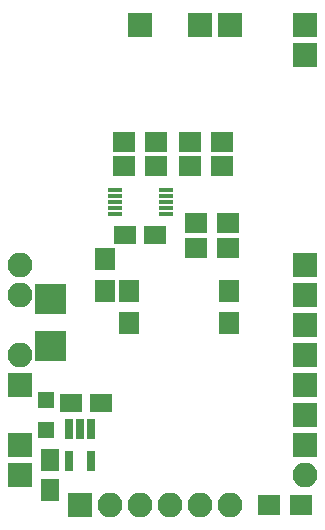
<source format=gbs>
G04 #@! TF.FileFunction,Soldermask,Bot*
%FSLAX46Y46*%
G04 Gerber Fmt 4.6, Leading zero omitted, Abs format (unit mm)*
G04 Created by KiCad (PCBNEW 4.0.6) date Monday, 03 July 2017 'AMt' 11:17:00*
%MOMM*%
%LPD*%
G01*
G04 APERTURE LIST*
%ADD10C,0.101600*%
%ADD11R,1.240000X0.390000*%
%ADD12R,2.100000X2.100000*%
%ADD13O,2.100000X2.100000*%
%ADD14R,1.900000X1.700000*%
%ADD15R,1.900000X1.650000*%
%ADD16R,1.650000X1.900000*%
%ADD17R,1.700000X1.900000*%
%ADD18R,0.790000X1.700000*%
%ADD19R,1.400000X1.400000*%
%ADD20R,1.400000X2.600000*%
G04 APERTURE END LIST*
D10*
D11*
X145170000Y-69326000D03*
X145170000Y-68826000D03*
X145170000Y-68326000D03*
X145170000Y-67826000D03*
X145170000Y-67326000D03*
X149470000Y-67326000D03*
X149470000Y-67826000D03*
X149470000Y-68326000D03*
X149470000Y-68826000D03*
X149470000Y-69326000D03*
D12*
X142240000Y-93980000D03*
D13*
X144780000Y-93980000D03*
X147320000Y-93980000D03*
X149860000Y-93980000D03*
X152400000Y-93980000D03*
X154940000Y-93980000D03*
D14*
X160950000Y-93980000D03*
X158250000Y-93980000D03*
D15*
X141498000Y-85344000D03*
X143998000Y-85344000D03*
D16*
X139700000Y-90190000D03*
X139700000Y-92690000D03*
D15*
X148570000Y-71120000D03*
X146070000Y-71120000D03*
D17*
X144375000Y-75850000D03*
X144375000Y-73150000D03*
D14*
X154766000Y-70104000D03*
X152066000Y-70104000D03*
X154766000Y-72263000D03*
X152066000Y-72263000D03*
D18*
X141290000Y-87550000D03*
X142240000Y-87550000D03*
X143190000Y-87550000D03*
X143190000Y-90250000D03*
X141290000Y-90250000D03*
D12*
X137160000Y-83820000D03*
D13*
X137160000Y-81280000D03*
D14*
X145970000Y-65278000D03*
X148670000Y-65278000D03*
X148670000Y-63246000D03*
X145970000Y-63246000D03*
X151558000Y-65278000D03*
X154258000Y-65278000D03*
X151558000Y-63246000D03*
X154258000Y-63246000D03*
D12*
X154940000Y-53340000D03*
X161290000Y-55880000D03*
D19*
X139319000Y-87610000D03*
X139319000Y-85110000D03*
D12*
X161290000Y-73660000D03*
X161290000Y-76200000D03*
X161290000Y-78740000D03*
X161290000Y-88900000D03*
D13*
X161290000Y-91440000D03*
D12*
X147320000Y-53340000D03*
X161290000Y-83820000D03*
X137160000Y-91440000D03*
D13*
X137160000Y-73660000D03*
D12*
X137160000Y-88900000D03*
D13*
X137160000Y-76200000D03*
D12*
X152400000Y-53340000D03*
D17*
X146350000Y-75875000D03*
X146350000Y-78575000D03*
D12*
X161290000Y-81280000D03*
D17*
X154800000Y-75850000D03*
X154800000Y-78550000D03*
D12*
X161290000Y-86360000D03*
X161290000Y-53340000D03*
D20*
X139065000Y-76504800D03*
X139065000Y-80486000D03*
X140360400Y-80486000D03*
X140360400Y-76504800D03*
M02*

</source>
